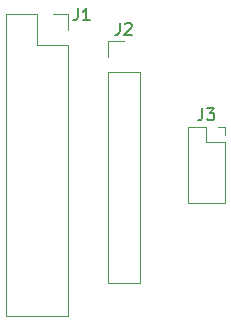
<source format=gbr>
G04 #@! TF.GenerationSoftware,KiCad,Pcbnew,(5.1.6-0-10_14)*
G04 #@! TF.CreationDate,2020-06-06T21:07:02+01:00*
G04 #@! TF.ProjectId,JLinkSWD,4a4c696e-6b53-4574-942e-6b696361645f,rev?*
G04 #@! TF.SameCoordinates,Original*
G04 #@! TF.FileFunction,Legend,Top*
G04 #@! TF.FilePolarity,Positive*
%FSLAX46Y46*%
G04 Gerber Fmt 4.6, Leading zero omitted, Abs format (unit mm)*
G04 Created by KiCad (PCBNEW (5.1.6-0-10_14)) date 2020-06-06 21:07:02*
%MOMM*%
%LPD*%
G01*
G04 APERTURE LIST*
%ADD10C,0.120000*%
%ADD11C,0.150000*%
G04 APERTURE END LIST*
D10*
X172152000Y-79756000D02*
X172152000Y-97596000D01*
X172152000Y-97596000D02*
X174812000Y-97596000D01*
X174812000Y-97596000D02*
X174812000Y-79756000D01*
X174812000Y-79756000D02*
X172152000Y-79756000D01*
X172152000Y-78486000D02*
X172152000Y-77156000D01*
X172152000Y-77156000D02*
X173482000Y-77156000D01*
X168716000Y-77470000D02*
X168716000Y-100390000D01*
X168716000Y-100390000D02*
X163516000Y-100390000D01*
X163516000Y-100390000D02*
X163516000Y-74870000D01*
X163516000Y-74870000D02*
X166116000Y-74870000D01*
X166116000Y-74870000D02*
X166116000Y-77470000D01*
X166116000Y-77470000D02*
X168716000Y-77470000D01*
X168716000Y-76200000D02*
X168716000Y-74870000D01*
X168716000Y-74870000D02*
X167446000Y-74870000D01*
X182052000Y-85725000D02*
X182052000Y-90865000D01*
X182052000Y-90865000D02*
X178882000Y-90865000D01*
X178882000Y-90865000D02*
X178882000Y-84395000D01*
X178882000Y-84395000D02*
X180467000Y-84395000D01*
X180467000Y-84395000D02*
X180467000Y-85725000D01*
X180467000Y-85725000D02*
X182052000Y-85725000D01*
X182052000Y-85090000D02*
X182052000Y-84395000D01*
X182052000Y-84395000D02*
X181417000Y-84395000D01*
D11*
X173148666Y-75608380D02*
X173148666Y-76322666D01*
X173101047Y-76465523D01*
X173005809Y-76560761D01*
X172862952Y-76608380D01*
X172767714Y-76608380D01*
X173577238Y-75703619D02*
X173624857Y-75656000D01*
X173720095Y-75608380D01*
X173958190Y-75608380D01*
X174053428Y-75656000D01*
X174101047Y-75703619D01*
X174148666Y-75798857D01*
X174148666Y-75894095D01*
X174101047Y-76036952D01*
X173529619Y-76608380D01*
X174148666Y-76608380D01*
X169592666Y-74382380D02*
X169592666Y-75096666D01*
X169545047Y-75239523D01*
X169449809Y-75334761D01*
X169306952Y-75382380D01*
X169211714Y-75382380D01*
X170592666Y-75382380D02*
X170021238Y-75382380D01*
X170306952Y-75382380D02*
X170306952Y-74382380D01*
X170211714Y-74525238D01*
X170116476Y-74620476D01*
X170021238Y-74668095D01*
X180133666Y-82847380D02*
X180133666Y-83561666D01*
X180086047Y-83704523D01*
X179990809Y-83799761D01*
X179847952Y-83847380D01*
X179752714Y-83847380D01*
X180514619Y-82847380D02*
X181133666Y-82847380D01*
X180800333Y-83228333D01*
X180943190Y-83228333D01*
X181038428Y-83275952D01*
X181086047Y-83323571D01*
X181133666Y-83418809D01*
X181133666Y-83656904D01*
X181086047Y-83752142D01*
X181038428Y-83799761D01*
X180943190Y-83847380D01*
X180657476Y-83847380D01*
X180562238Y-83799761D01*
X180514619Y-83752142D01*
M02*

</source>
